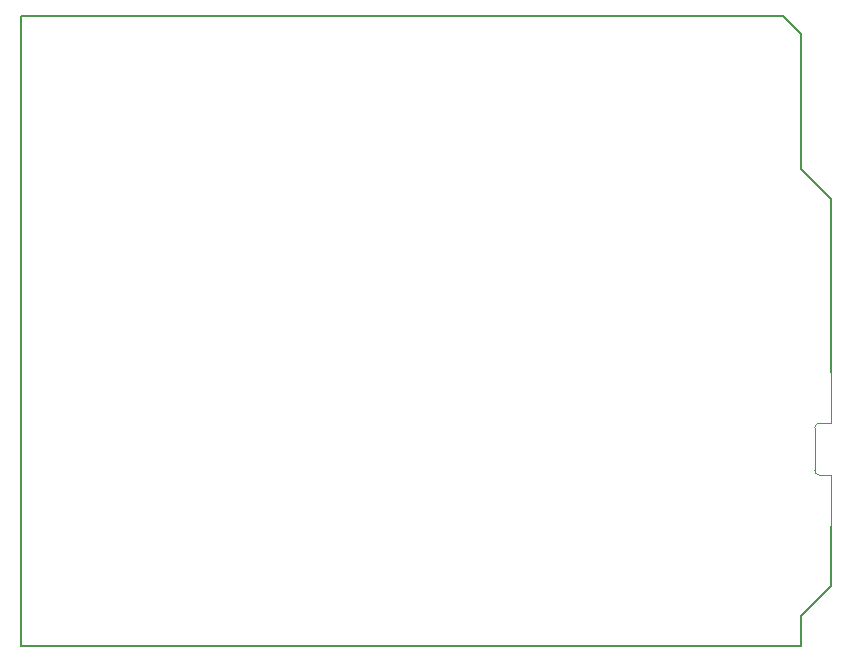
<source format=gbr>
%TF.GenerationSoftware,KiCad,Pcbnew,(6.0.5)*%
%TF.CreationDate,2022-11-11T14:55:19+00:00*%
%TF.ProjectId,ArduinoAudioExperimentShield,41726475-696e-46f4-9175-64696f457870,rev?*%
%TF.SameCoordinates,Original*%
%TF.FileFunction,Profile,NP*%
%FSLAX46Y46*%
G04 Gerber Fmt 4.6, Leading zero omitted, Abs format (unit mm)*
G04 Created by KiCad (PCBNEW (6.0.5)) date 2022-11-11 14:55:19*
%MOMM*%
%LPD*%
G01*
G04 APERTURE LIST*
%TA.AperFunction,Profile*%
%ADD10C,0.150000*%
%TD*%
%TA.AperFunction,Profile*%
%ADD11C,0.120000*%
%TD*%
G04 APERTURE END LIST*
D10*
X179578000Y-88519000D02*
X179580000Y-103165000D01*
X179578000Y-88519000D02*
X177038000Y-85979000D01*
X177038000Y-126365000D02*
X177038000Y-123825000D01*
X177038000Y-74549000D02*
X175514000Y-73025000D01*
X177038000Y-123825000D02*
X179578000Y-121285000D01*
X110998000Y-73025000D02*
X110998000Y-126365000D01*
X179578000Y-121285000D02*
X179578000Y-116165000D01*
X110998000Y-126365000D02*
X177038000Y-126365000D01*
X175514000Y-73025000D02*
X110998000Y-73025000D01*
X177038000Y-85979000D02*
X177038000Y-74549000D01*
D11*
%TO.C,J7*%
X179580000Y-107465000D02*
X179580000Y-103165000D01*
X179580000Y-111865000D02*
X179580000Y-116165000D01*
X178580000Y-107465000D02*
X179580000Y-107465000D01*
X178580000Y-111865000D02*
X179580000Y-111865000D01*
X178180000Y-107865000D02*
X178180000Y-111465000D01*
X178180000Y-111465000D02*
G75*
G03*
X178580000Y-111865000I400002J2D01*
G01*
X178580000Y-107465000D02*
G75*
G03*
X178180000Y-107865000I0J-400000D01*
G01*
%TD*%
M02*

</source>
